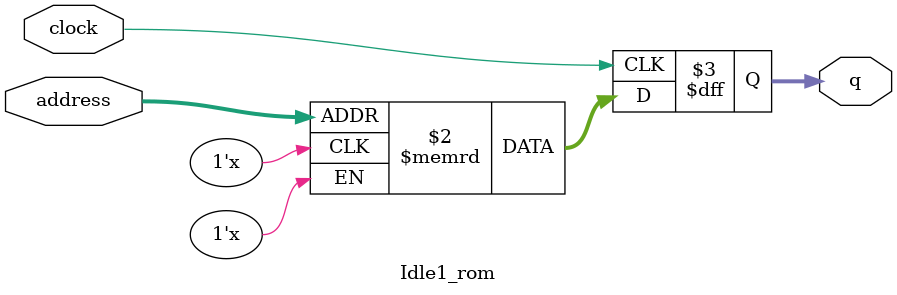
<source format=sv>
module Idle1_rom (
	input logic clock,
	input logic [12:0] address,
	output logic [2:0] q
);

logic [2:0] memory [0:5399] /* synthesis ram_init_file = "./Idle1/Idle1.mif" */;

always_ff @ (posedge clock) begin
	q <= memory[address];
end

endmodule

</source>
